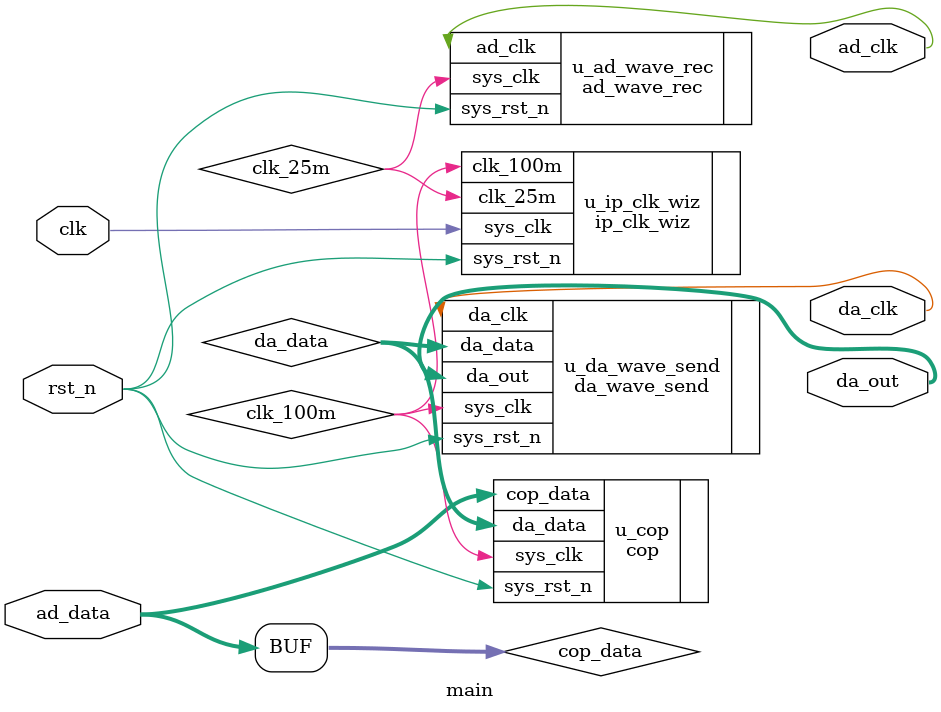
<source format=v>
module main(
    input                   clk     ,
    input                   rst_n   ,
    output          [7:0]   da_out  ,
    output                  da_clk  ,
    output                  ad_clk  ,
    input           [7:0]   ad_data
    );

    wire                    clk_100m;
    wire                    clk_25m;
    wire                    locked  ;
    wire            [7:0]   da_data ;
    wire            [7:0]   cop_data;

    assign cop_data = ad_data;
    
ip_clk_wiz u_ip_clk_wiz
    (
        .sys_clk  (clk      ),
        .sys_rst_n(rst_n    ),
        .clk_100m (clk_100m ),
        .clk_25m  (clk_25m  )
    );
ad_wave_rec u_ad_wave_rec
    (
        .sys_clk  (clk_25m  ),
        .sys_rst_n(rst_n    ),
        .ad_clk   (ad_clk   )
    );
da_wave_send u_da_wave_send
    (
        .sys_clk  (clk_100m ),
        .sys_rst_n(rst_n    ),
        .da_data  (da_data  ),
        .da_out   (da_out   ),
        .da_clk   (da_clk   )
    );
cop u_cop
    (
        .sys_clk  (clk_100m ),
        .sys_rst_n(rst_n    ),
        .cop_data (cop_data ),
        .da_data  (da_data  )
    );
endmodule

</source>
